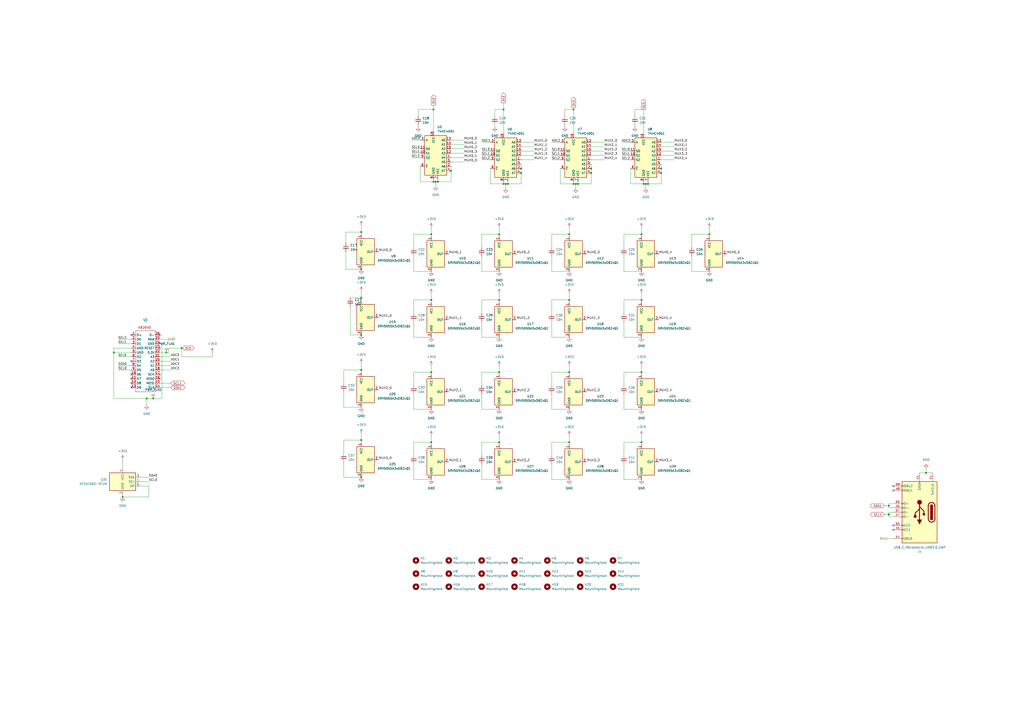
<source format=kicad_sch>
(kicad_sch (version 20231120) (generator "eeschema") (generator_version "8.0")
  (paper "A2")
  (junction (at 88.9 231.14))
  (junction (at 250.19 256.54))
  (junction (at 250.19 135.89))
  (junction (at 515.62 298.45))
  (junction (at 373.38 106.68))
  (junction (at 251.46 105.41))
  (junction (at 209.55 156.21))
  (junction (at 209.55 194.31))
  (junction (at 342.9 100.33))
  (junction (at 209.55 172.72))
  (junction (at 372.11 256.54))
  (junction (at 209.55 255.27))
  (junction (at 383.54 100.33))
  (junction (at 209.55 276.86))
  (junction (at 294.64 106.68))
  (junction (at 330.2 173.99))
  (junction (at 330.2 215.9))
  (junction (at 383.54 97.79))
  (junction (at 332.74 106.68))
  (junction (at 342.9 97.79))
  (junction (at 71.12 288.29))
  (junction (at 334.01 106.68))
  (junction (at 302.26 100.33))
  (junction (at 411.48 135.89))
  (junction (at 375.92 106.68))
  (junction (at 330.2 135.89))
  (junction (at 289.56 215.9))
  (junction (at 372.11 173.99))
  (junction (at 292.1 63.5))
  (junction (at 209.55 214.63))
  (junction (at 254 105.41))
  (junction (at 250.19 215.9))
  (junction (at 289.56 173.99))
  (junction (at 330.2 256.54))
  (junction (at 96.52 204.47))
  (junction (at 251.46 63.5))
  (junction (at 537.21 274.32))
  (junction (at 209.55 134.62))
  (junction (at 250.19 173.99))
  (junction (at 289.56 135.89))
  (junction (at 292.1 106.68))
  (junction (at 252.73 105.41))
  (junction (at 105.41 201.93))
  (junction (at 85.09 231.14))
  (junction (at 332.74 63.5))
  (junction (at 293.37 106.68))
  (junction (at 289.56 256.54))
  (junction (at 372.11 215.9))
  (junction (at 374.65 106.68))
  (junction (at 515.62 293.37))
  (junction (at 302.26 97.79))
  (junction (at 335.28 106.68))
  (junction (at 372.11 135.89))
  (junction (at 261.62 99.06))
  (junction (at 66.04 204.47))
  (no_connect (at 76.2 219.71))
  (no_connect (at 518.16 281.94))
  (no_connect (at 76.2 209.55))
  (no_connect (at 92.71 219.71))
  (no_connect (at 518.16 307.34))
  (no_connect (at 76.2 222.25))
  (no_connect (at 76.2 217.17))
  (no_connect (at 518.16 304.8))
  (no_connect (at 518.16 284.48))
  (no_connect (at 76.2 194.31))
  (no_connect (at 92.71 194.31))
  (no_connect (at 92.71 217.17))
  (no_connect (at 92.71 201.93))
  (no_connect (at 76.2 224.79))
  (wire (pts (xy 287.02 72.39) (xy 287.02 73.66)))
  (wire (pts (xy 238.76 88.9) (xy 243.84 88.9)))
  (wire (pts (xy 401.32 135.89) (xy 411.48 135.89)))
  (wire (pts (xy 292.1 59.69) (xy 292.1 63.5)))
  (wire (pts (xy 374.65 106.68) (xy 375.92 106.68)))
  (wire (pts (xy 342.9 82.55) (xy 350.52 82.55)))
  (wire (pts (xy 261.62 83.82) (xy 269.24 83.82)))
  (wire (pts (xy 240.03 256.54) (xy 240.03 264.16)))
  (wire (pts (xy 360.68 90.17) (xy 365.76 90.17)))
  (wire (pts (xy 203.2 177.8) (xy 203.2 194.31)))
  (wire (pts (xy 254 104.14) (xy 254 105.41)))
  (wire (pts (xy 302.26 90.17) (xy 309.88 90.17)))
  (wire (pts (xy 360.68 87.63) (xy 365.76 87.63)))
  (wire (pts (xy 250.19 132.08) (xy 250.19 135.89)))
  (wire (pts (xy 515.62 293.37) (xy 515.62 294.64)))
  (wire (pts (xy 302.26 97.79) (xy 302.26 100.33)))
  (wire (pts (xy 365.76 106.68) (xy 373.38 106.68)))
  (wire (pts (xy 320.04 173.99) (xy 320.04 181.61)))
  (wire (pts (xy 243.84 96.52) (xy 243.84 105.41)))
  (wire (pts (xy 320.04 157.48) (xy 330.2 157.48)))
  (wire (pts (xy 361.95 269.24) (xy 361.95 278.13)))
  (wire (pts (xy 518.16 292.1) (xy 515.62 292.1)))
  (wire (pts (xy 383.54 92.71) (xy 391.16 92.71)))
  (wire (pts (xy 279.4 237.49) (xy 289.56 237.49)))
  (wire (pts (xy 279.4 92.71) (xy 284.48 92.71)))
  (wire (pts (xy 293.37 109.22) (xy 293.37 106.68)))
  (wire (pts (xy 209.55 172.72) (xy 209.55 173.99)))
  (wire (pts (xy 242.57 63.5) (xy 242.57 67.31)))
  (wire (pts (xy 279.4 87.63) (xy 284.48 87.63)))
  (wire (pts (xy 251.46 105.41) (xy 251.46 104.14)))
  (wire (pts (xy 334.01 106.68) (xy 335.28 106.68)))
  (wire (pts (xy 284.48 106.68) (xy 292.1 106.68)))
  (wire (pts (xy 372.11 212.09) (xy 372.11 215.9)))
  (wire (pts (xy 360.68 92.71) (xy 365.76 92.71)))
  (wire (pts (xy 289.56 215.9) (xy 289.56 217.17)))
  (wire (pts (xy 513.08 298.45) (xy 515.62 298.45)))
  (wire (pts (xy 240.03 186.69) (xy 240.03 195.58)))
  (wire (pts (xy 302.26 82.55) (xy 309.88 82.55)))
  (wire (pts (xy 254 105.41) (xy 261.62 105.41)))
  (wire (pts (xy 383.54 95.25) (xy 383.54 97.79)))
  (wire (pts (xy 361.95 186.69) (xy 361.95 195.58)))
  (wire (pts (xy 383.54 82.55) (xy 391.16 82.55)))
  (wire (pts (xy 361.95 237.49) (xy 372.11 237.49)))
  (wire (pts (xy 279.4 215.9) (xy 289.56 215.9)))
  (wire (pts (xy 383.54 97.79) (xy 383.54 100.33)))
  (wire (pts (xy 320.04 135.89) (xy 320.04 143.51)))
  (wire (pts (xy 279.4 82.55) (xy 284.48 82.55)))
  (wire (pts (xy 240.03 228.6) (xy 240.03 237.49)))
  (wire (pts (xy 289.56 132.08) (xy 289.56 135.89)))
  (wire (pts (xy 279.4 135.89) (xy 279.4 143.51)))
  (wire (pts (xy 361.95 256.54) (xy 372.11 256.54)))
  (wire (pts (xy 123.19 207.01) (xy 123.19 204.47)))
  (wire (pts (xy 361.95 228.6) (xy 361.95 237.49)))
  (wire (pts (xy 279.4 195.58) (xy 289.56 195.58)))
  (wire (pts (xy 85.09 231.14) (xy 88.9 231.14)))
  (wire (pts (xy 199.39 236.22) (xy 209.55 236.22)))
  (wire (pts (xy 199.39 255.27) (xy 209.55 255.27)))
  (wire (pts (xy 361.95 195.58) (xy 372.11 195.58)))
  (wire (pts (xy 330.2 215.9) (xy 330.2 217.17)))
  (wire (pts (xy 320.04 237.49) (xy 330.2 237.49)))
  (wire (pts (xy 342.9 85.09) (xy 350.52 85.09)))
  (wire (pts (xy 383.54 87.63) (xy 391.16 87.63)))
  (wire (pts (xy 368.3 63.5) (xy 368.3 67.31)))
  (wire (pts (xy 334.01 109.22) (xy 334.01 106.68)))
  (wire (pts (xy 302.26 92.71) (xy 309.88 92.71)))
  (wire (pts (xy 372.11 132.08) (xy 372.11 135.89)))
  (wire (pts (xy 411.48 135.89) (xy 411.48 137.16)))
  (wire (pts (xy 250.19 212.09) (xy 250.19 215.9)))
  (wire (pts (xy 515.62 298.45) (xy 515.62 299.72)))
  (wire (pts (xy 200.66 134.62) (xy 209.55 134.62)))
  (wire (pts (xy 292.1 63.5) (xy 292.1 77.47)))
  (wire (pts (xy 294.64 105.41) (xy 294.64 106.68)))
  (wire (pts (xy 287.02 63.5) (xy 287.02 67.31)))
  (wire (pts (xy 279.4 148.59) (xy 279.4 157.48)))
  (wire (pts (xy 302.26 85.09) (xy 309.88 85.09)))
  (wire (pts (xy 401.32 135.89) (xy 401.32 143.51)))
  (wire (pts (xy 330.2 132.08) (xy 330.2 135.89)))
  (wire (pts (xy 411.48 132.08) (xy 411.48 135.89)))
  (wire (pts (xy 92.71 212.09) (xy 99.06 212.09)))
  (wire (pts (xy 203.2 172.72) (xy 209.55 172.72)))
  (wire (pts (xy 537.21 274.32) (xy 541.02 274.32)))
  (wire (pts (xy 242.57 72.39) (xy 242.57 73.66)))
  (wire (pts (xy 199.39 267.97) (xy 199.39 276.86)))
  (wire (pts (xy 279.4 173.99) (xy 279.4 181.61)))
  (wire (pts (xy 86.36 288.29) (xy 71.12 288.29)))
  (wire (pts (xy 320.04 215.9) (xy 330.2 215.9)))
  (wire (pts (xy 68.58 212.09) (xy 76.2 212.09)))
  (wire (pts (xy 320.04 148.59) (xy 320.04 157.48)))
  (wire (pts (xy 342.9 87.63) (xy 350.52 87.63)))
  (wire (pts (xy 361.95 173.99) (xy 361.95 181.61)))
  (wire (pts (xy 92.71 224.79) (xy 99.06 224.79)))
  (wire (pts (xy 284.48 97.79) (xy 284.48 106.68)))
  (wire (pts (xy 243.84 105.41) (xy 251.46 105.41)))
  (wire (pts (xy 361.95 173.99) (xy 372.11 173.99)))
  (wire (pts (xy 320.04 269.24) (xy 320.04 278.13)))
  (wire (pts (xy 250.19 215.9) (xy 250.19 217.17)))
  (wire (pts (xy 383.54 85.09) (xy 391.16 85.09)))
  (wire (pts (xy 92.71 207.01) (xy 99.06 207.01)))
  (wire (pts (xy 360.68 82.55) (xy 365.76 82.55)))
  (wire (pts (xy 383.54 100.33) (xy 383.54 106.68)))
  (wire (pts (xy 209.55 130.81) (xy 209.55 134.62)))
  (wire (pts (xy 361.95 148.59) (xy 361.95 157.48)))
  (wire (pts (xy 361.95 278.13) (xy 372.11 278.13)))
  (wire (pts (xy 68.58 214.63) (xy 76.2 214.63)))
  (wire (pts (xy 209.55 168.91) (xy 209.55 172.72)))
  (wire (pts (xy 240.03 173.99) (xy 240.03 181.61)))
  (wire (pts (xy 292.1 106.68) (xy 293.37 106.68)))
  (wire (pts (xy 383.54 90.17) (xy 391.16 90.17)))
  (wire (pts (xy 71.12 266.7) (xy 71.12 271.78)))
  (wire (pts (xy 209.55 214.63) (xy 209.55 215.9)))
  (wire (pts (xy 261.62 96.52) (xy 261.62 99.06)))
  (wire (pts (xy 240.03 157.48) (xy 250.19 157.48)))
  (wire (pts (xy 199.39 214.63) (xy 199.39 222.25)))
  (wire (pts (xy 199.39 255.27) (xy 199.39 262.89)))
  (wire (pts (xy 375.92 105.41) (xy 375.92 106.68)))
  (wire (pts (xy 320.04 195.58) (xy 330.2 195.58)))
  (wire (pts (xy 279.4 256.54) (xy 289.56 256.54)))
  (wire (pts (xy 289.56 173.99) (xy 289.56 175.26)))
  (wire (pts (xy 302.26 87.63) (xy 309.88 87.63)))
  (wire (pts (xy 332.74 106.68) (xy 334.01 106.68)))
  (wire (pts (xy 372.11 173.99) (xy 372.11 175.26)))
  (wire (pts (xy 86.36 281.94) (xy 86.36 288.29)))
  (wire (pts (xy 68.58 196.85) (xy 76.2 196.85)))
  (wire (pts (xy 66.04 204.47) (xy 66.04 231.14)))
  (wire (pts (xy 200.66 146.05) (xy 200.66 156.21)))
  (wire (pts (xy 365.76 97.79) (xy 365.76 106.68)))
  (wire (pts (xy 279.4 269.24) (xy 279.4 278.13)))
  (wire (pts (xy 238.76 81.28) (xy 243.84 81.28)))
  (wire (pts (xy 289.56 256.54) (xy 289.56 257.81)))
  (wire (pts (xy 289.56 212.09) (xy 289.56 215.9)))
  (wire (pts (xy 293.37 106.68) (xy 294.64 106.68)))
  (wire (pts (xy 513.08 293.37) (xy 515.62 293.37)))
  (wire (pts (xy 105.41 201.93) (xy 105.41 207.01)))
  (wire (pts (xy 279.4 215.9) (xy 279.4 223.52)))
  (wire (pts (xy 199.39 227.33) (xy 199.39 236.22)))
  (wire (pts (xy 320.04 256.54) (xy 330.2 256.54)))
  (wire (pts (xy 368.3 72.39) (xy 368.3 73.66)))
  (wire (pts (xy 251.46 60.96) (xy 251.46 63.5)))
  (wire (pts (xy 361.95 215.9) (xy 361.95 223.52)))
  (wire (pts (xy 515.62 292.1) (xy 515.62 293.37)))
  (wire (pts (xy 92.71 196.85) (xy 97.79 196.85)))
  (wire (pts (xy 330.2 212.09) (xy 330.2 215.9)))
  (wire (pts (xy 342.9 90.17) (xy 350.52 90.17)))
  (wire (pts (xy 240.03 237.49) (xy 250.19 237.49)))
  (wire (pts (xy 105.41 201.93) (xy 106.68 201.93)))
  (wire (pts (xy 332.74 62.23) (xy 332.74 63.5)))
  (wire (pts (xy 342.9 95.25) (xy 342.9 97.79)))
  (wire (pts (xy 289.56 252.73) (xy 289.56 256.54)))
  (wire (pts (xy 240.03 148.59) (xy 240.03 157.48)))
  (wire (pts (xy 325.12 97.79) (xy 325.12 106.68)))
  (wire (pts (xy 92.71 222.25) (xy 99.06 222.25)))
  (wire (pts (xy 238.76 86.36) (xy 243.84 86.36)))
  (wire (pts (xy 368.3 63.5) (xy 373.38 63.5)))
  (wire (pts (xy 240.03 256.54) (xy 250.19 256.54)))
  (wire (pts (xy 330.2 252.73) (xy 330.2 256.54)))
  (wire (pts (xy 252.73 107.95) (xy 252.73 105.41)))
  (wire (pts (xy 374.65 109.22) (xy 374.65 106.68)))
  (wire (pts (xy 292.1 106.68) (xy 292.1 105.41)))
  (wire (pts (xy 240.03 135.89) (xy 240.03 143.51)))
  (wire (pts (xy 320.04 215.9) (xy 320.04 223.52)))
  (wire (pts (xy 320.04 135.89) (xy 330.2 135.89)))
  (wire (pts (xy 250.19 170.18) (xy 250.19 173.99)))
  (wire (pts (xy 515.62 294.64) (xy 518.16 294.64)))
  (wire (pts (xy 294.64 106.68) (xy 302.26 106.68)))
  (wire (pts (xy 97.79 201.93) (xy 105.41 201.93)))
  (wire (pts (xy 372.11 170.18) (xy 372.11 173.99)))
  (wire (pts (xy 76.2 201.93) (xy 66.04 201.93)))
  (wire (pts (xy 515.62 297.18) (xy 515.62 298.45)))
  (wire (pts (xy 330.2 135.89) (xy 330.2 137.16)))
  (wire (pts (xy 92.71 209.55) (xy 99.06 209.55)))
  (wire (pts (xy 209.55 251.46) (xy 209.55 255.27)))
  (wire (pts (xy 518.16 299.72) (xy 515.62 299.72)))
  (wire (pts (xy 250.19 173.99) (xy 250.19 175.26)))
  (wire (pts (xy 279.4 228.6) (xy 279.4 237.49)))
  (wire (pts (xy 240.03 135.89) (xy 250.19 135.89)))
  (wire (pts (xy 238.76 91.44) (xy 243.84 91.44)))
  (wire (pts (xy 289.56 170.18) (xy 289.56 173.99)))
  (wire (pts (xy 261.62 86.36) (xy 269.24 86.36)))
  (wire (pts (xy 88.9 231.14) (xy 93.98 231.14)))
  (wire (pts (xy 93.98 199.39) (xy 93.98 231.14)))
  (wire (pts (xy 320.04 87.63) (xy 325.12 87.63)))
  (wire (pts (xy 342.9 92.71) (xy 350.52 92.71)))
  (wire (pts (xy 372.11 215.9) (xy 372.11 217.17)))
  (wire (pts (xy 81.28 276.86) (xy 86.36 276.86)))
  (wire (pts (xy 401.32 157.48) (xy 411.48 157.48)))
  (wire (pts (xy 327.66 63.5) (xy 332.74 63.5)))
  (wire (pts (xy 66.04 204.47) (xy 76.2 204.47)))
  (wire (pts (xy 320.04 278.13) (xy 330.2 278.13)))
  (wire (pts (xy 279.4 135.89) (xy 289.56 135.89)))
  (wire (pts (xy 361.95 256.54) (xy 361.95 264.16)))
  (wire (pts (xy 330.2 170.18) (xy 330.2 173.99)))
  (wire (pts (xy 105.41 207.01) (xy 123.19 207.01)))
  (wire (pts (xy 261.62 88.9) (xy 269.24 88.9)))
  (wire (pts (xy 361.95 215.9) (xy 372.11 215.9)))
  (wire (pts (xy 330.2 173.99) (xy 330.2 175.26)))
  (wire (pts (xy 279.4 186.69) (xy 279.4 195.58)))
  (wire (pts (xy 279.4 256.54) (xy 279.4 264.16)))
  (wire (pts (xy 261.62 93.98) (xy 269.24 93.98)))
  (wire (pts (xy 537.21 271.78) (xy 537.21 274.32)))
  (wire (pts (xy 96.52 204.47) (xy 97.79 204.47)))
  (wire (pts (xy 200.66 156.21) (xy 209.55 156.21)))
  (wire (pts (xy 373.38 106.68) (xy 373.38 105.41)))
  (wire (pts (xy 199.39 276.86) (xy 209.55 276.86)))
  (wire (pts (xy 342.9 100.33) (xy 342.9 106.68)))
  (wire (pts (xy 209.55 210.82) (xy 209.55 214.63)))
  (wire (pts (xy 302.26 100.33) (xy 302.26 106.68)))
  (wire (pts (xy 68.58 207.01) (xy 76.2 207.01)))
  (wire (pts (xy 66.04 201.93) (xy 66.04 204.47)))
  (wire (pts (xy 279.4 157.48) (xy 289.56 157.48)))
  (wire (pts (xy 66.04 231.14) (xy 85.09 231.14)))
  (wire (pts (xy 372.11 135.89) (xy 372.11 137.16)))
  (wire (pts (xy 372.11 256.54) (xy 372.11 257.81)))
  (wire (pts (xy 71.12 287.02) (xy 71.12 288.29)))
  (wire (pts (xy 335.28 105.41) (xy 335.28 106.68)))
  (wire (pts (xy 92.71 204.47) (xy 96.52 204.47)))
  (wire (pts (xy 250.19 252.73) (xy 250.19 256.54)))
  (wire (pts (xy 68.58 199.39) (xy 76.2 199.39)))
  (wire (pts (xy 199.39 214.63) (xy 209.55 214.63)))
  (wire (pts (xy 240.03 215.9) (xy 240.03 223.52)))
  (wire (pts (xy 320.04 256.54) (xy 320.04 264.16)))
  (wire (pts (xy 240.03 195.58) (xy 250.19 195.58)))
  (wire (pts (xy 361.95 135.89) (xy 361.95 143.51)))
  (wire (pts (xy 242.57 63.5) (xy 251.46 63.5)))
  (wire (pts (xy 279.4 90.17) (xy 284.48 90.17)))
  (wire (pts (xy 92.71 199.39) (xy 93.98 199.39)))
  (wire (pts (xy 261.62 99.06) (xy 261.62 105.41)))
  (wire (pts (xy 261.62 81.28) (xy 269.24 81.28)))
  (wire (pts (xy 240.03 269.24) (xy 240.03 278.13)))
  (wire (pts (xy 250.19 135.89) (xy 250.19 137.16)))
  (wire (pts (xy 375.92 106.68) (xy 383.54 106.68)))
  (wire (pts (xy 320.04 228.6) (xy 320.04 237.49)))
  (wire (pts (xy 325.12 106.68) (xy 332.74 106.68)))
  (wire (pts (xy 361.95 157.48) (xy 372.11 157.48)))
  (wire (pts (xy 85.09 231.14) (xy 85.09 234.95)))
  (wire (pts (xy 515.62 297.18) (xy 518.16 297.18)))
  (wire (pts (xy 302.26 95.25) (xy 302.26 97.79)))
  (wire (pts (xy 279.4 278.13) (xy 289.56 278.13)))
  (wire (pts (xy 320.04 90.17) (xy 325.12 90.17)))
  (wire (pts (xy 320.04 82.55) (xy 325.12 82.55)))
  (wire (pts (xy 92.71 214.63) (xy 99.06 214.63)))
  (wire (pts (xy 200.66 134.62) (xy 200.66 140.97)))
  (wire (pts (xy 209.55 134.62) (xy 209.55 135.89)))
  (wire (pts (xy 320.04 186.69) (xy 320.04 195.58)))
  (wire (pts (xy 240.03 215.9) (xy 250.19 215.9)))
  (wire (pts (xy 279.4 173.99) (xy 289.56 173.99)))
  (wire (pts (xy 372.11 252.73) (xy 372.11 256.54)))
  (wire (pts (xy 332.74 63.5) (xy 332.74 77.47)))
  (wire (pts (xy 335.28 106.68) (xy 342.9 106.68)))
  (wire (pts (xy 327.66 63.5) (xy 327.66 67.31)))
  (wire (pts (xy 361.95 135.89) (xy 372.11 135.89)))
  (wire (pts (xy 373.38 106.68) (xy 374.65 106.68)))
  (wire (pts (xy 287.02 63.5) (xy 292.1 63.5)))
  (wire (pts (xy 330.2 256.54) (xy 330.2 257.81)))
  (wire (pts (xy 240.03 278.13) (xy 250.19 278.13)))
  (wire (pts (xy 320.04 92.71) (xy 325.12 92.71)))
  (wire (pts (xy 250.19 256.54) (xy 250.19 257.81)))
  (wire (pts (xy 203.2 194.31) (xy 209.55 194.31)))
  (wire (pts (xy 261.62 91.44) (xy 269.24 91.44)))
  (wire (pts (xy 81.28 279.4) (xy 86.36 279.4)))
  (wire (pts (xy 97.79 204.47) (xy 97.79 201.93)))
  (wire (pts (xy 81.28 281.94) (xy 86.36 281.94)))
  (wire (pts (xy 320.04 173.99) (xy 330.2 173.99)))
  (wire (pts (xy 373.38 63.5) (xy 373.38 77.47)))
  (wire (pts (xy 327.66 72.39) (xy 327.66 73.66)))
  (wire (pts (xy 251.46 105.41) (xy 252.73 105.41)))
  (wire (pts (xy 514.35 312.42) (xy 518.16 312.42)))
  (wire (pts (xy 240.03 173.99) (xy 250.19 173.99)))
  (wire (pts (xy 209.55 255.27) (xy 209.55 256.54)))
  (wire (pts (xy 251.46 63.5) (xy 251.46 76.2)))
  (wire (pts (xy 401.32 148.59) (xy 401.32 157.48)))
  (wire (pts (xy 252.73 105.41) (xy 254 105.41)))
  (wire (pts (xy 289.56 135.89) (xy 289.56 137.16)))
  (wire (pts (xy 332.74 106.68) (xy 332.74 105.41)))
  (wire (pts (xy 342.9 97.79) (xy 342.9 100.33)))
  (wire (pts (xy 533.4 274.32) (xy 537.21 274.32)))
  (label "MUX1_4" (at 309.88 92.71 0))
  (label "MUX2_2" (at 299.72 227.33 0))
  (label "ADC3" (at 99.06 214.63 0))
  (label "MUX1_1" (at 309.88 85.09 0))
  (label "ADC0" (at 238.76 81.28 0))
  (label "MUX3_3" (at 340.36 267.97 0))
  (label "MUX3_2" (at 391.16 87.63 0))
  (label "SEL2" (at 360.68 92.71 0))
  (label "MUX0_5" (at 269.24 93.98 0))
  (label "MUX2_4" (at 382.27 227.33 0))
  (label "SCL0" (at 86.36 279.4 0))
  (label "ADC1" (at 279.4 82.55 0))
  (label "ADC0" (at 99.06 207.01 0))
  (label "MUX2_3" (at 340.36 227.33 0))
  (label "MUX1_2" (at 299.72 185.42 0))
  (label "MUX0_2" (at 269.24 86.36 0))
  (label "MUX1_3" (at 309.88 90.17 0))
  (label "SEL2" (at 68.58 196.85 0))
  (label "MUX3_2" (at 299.72 267.97 0))
  (label "MUX1_3" (at 340.36 185.42 0))
  (label "MUX3_1" (at 391.16 85.09 0))
  (label "MUX0_3" (at 340.36 147.32 0))
  (label "SEL1" (at 68.58 199.39 0))
  (label "SEL2" (at 320.04 92.71 0))
  (label "MUX2_0" (at 350.52 82.55 0))
  (label "SDA0" (at 86.36 276.86 0))
  (label "ADC2" (at 99.06 212.09 0))
  (label "ADC3" (at 360.68 82.55 0))
  (label "MUX0_0" (at 219.71 146.05 0))
  (label "MUX1_0" (at 309.88 82.55 0))
  (label "SEL2" (at 279.4 92.71 0))
  (label "MUX3_0" (at 219.71 266.7 0))
  (label "MUX3_0" (at 391.16 82.55 0))
  (label "MUX3_4" (at 391.16 92.71 0))
  (label "SCL0" (at 68.58 214.63 0))
  (label "SEL1" (at 238.76 88.9 0))
  (label "MUX0_3" (at 269.24 88.9 0))
  (label "MUX3_4" (at 382.27 267.97 0))
  (label "MUX2_2" (at 350.52 87.63 0))
  (label "MUX1_0" (at 219.71 184.15 0))
  (label "SDA0" (at 68.58 212.09 0))
  (label "MUX1_2" (at 309.88 87.63 0))
  (label "SEL0" (at 320.04 87.63 0))
  (label "MUX0_2" (at 299.72 147.32 0))
  (label "SEL0" (at 68.58 207.01 0))
  (label "MUX2_3" (at 350.52 90.17 0))
  (label "MUX2_1" (at 350.52 85.09 0))
  (label "MUX3_3" (at 391.16 90.17 0))
  (label "MUX1_1" (at 260.35 185.42 0))
  (label "MUX1_4" (at 382.27 185.42 0))
  (label "MUX0_0" (at 269.24 81.28 0))
  (label "SEL1" (at 320.04 90.17 0))
  (label "MUX0_5" (at 421.64 147.32 0))
  (label "SEL0" (at 238.76 86.36 0))
  (label "SEL2" (at 238.76 91.44 0))
  (label "MUX3_1" (at 260.35 267.97 0))
  (label "MUX2_1" (at 260.35 227.33 0))
  (label "SEL0" (at 360.68 87.63 0))
  (label "MUX0_4" (at 382.27 147.32 0))
  (label "MUX0_1" (at 260.35 147.32 0))
  (label "MUX2_4" (at 350.52 92.71 0))
  (label "MUX0_4" (at 269.24 91.44 0))
  (label "ADC1" (at 99.06 209.55 0))
  (label "MUX2_0" (at 219.71 226.06 0))
  (label "SEL1" (at 360.68 90.17 0))
  (label "SEL1" (at 279.4 90.17 0))
  (label "ADC2" (at 320.04 82.55 0))
  (label "MUX0_1" (at 269.24 83.82 0))
  (label "SEL0" (at 279.4 87.63 0))
  (global_label "3V3" (shape output) (at 106.68 201.93 0) (property "Intersheetrefs" "${INTERSHEET_REFS}" (effects (hide yes))))
  (global_label "SDA1" (shape bidirectional) (at 513.08 293.37 180) (property "Intersheetrefs" "${INTERSHEET_REFS}" (effects (hide yes))))
  (global_label "3V3" (shape output) (at 292.1 59.69 90) (property "Intersheetrefs" "${INTERSHEET_REFS}" (effects (hide yes))))
  (global_label "3V3" (shape output) (at 373.38 63.5 90) (property "Intersheetrefs" "${INTERSHEET_REFS}" (effects (hide yes))))
  (global_label "SCL1" (shape bidirectional) (at 513.08 298.45 180) (property "Intersheetrefs" "${INTERSHEET_REFS}" (effects (hide yes))))
  (global_label "SDA1" (shape bidirectional) (at 99.06 224.79 0) (property "Intersheetrefs" "${INTERSHEET_REFS}" (effects (hide yes))))
  (global_label "3V3" (shape output) (at 251.46 60.96 90) (property "Intersheetrefs" "${INTERSHEET_REFS}" (effects (hide yes))))
  (global_label "SCL1" (shape bidirectional) (at 99.06 222.25 0) (property "Intersheetrefs" "${INTERSHEET_REFS}" (effects (hide yes))))
  (global_label "3V3" (shape output) (at 332.74 62.23 90) (property "Intersheetrefs" "${INTERSHEET_REFS}" (effects (hide yes))))
  (hierarchical_label "5V" (shape output) (at 97.79 196.85 0))
  (hierarchical_label "5V" (shape output) (at 514.35 312.42 180))
  (symbol (lib_id "Device:C_Small") (at 320.04 266.7 0) (unit 1)
    (property "Reference" "C40" (at 322.58 265.4362 0) (effects (justify left)))
    (property "Value" "10n" (at 322.58 267.9762 0) (effects (justify left)))
    (property "Footprint" "Capacitor_SMD:C_0402_1005Metric" (effects (hide yes)))
    (property "Description" "Unpolarized capacitor, small symbol" (effects (hide yes)))
  )
  (symbol (lib_id "Sensor_Magnetic:DRV5055A3xDBZxQ1") (at 292.1 267.97 0) (unit 1)
    (property "Reference" "U27" (at 309.626 270.51 0) (effects (justify right)))
    (property "Value" "DRV5055A3xDBZxQ1" (at 318.262 273.05 0) (effects (justify right)))
    (property "Footprint" "Package_TO_SOT_SMD:SOT-23" (effects (hide yes)))
    (property "Datasheet" "https://www.ti.com/lit/ds/symlink/drv5055-q1.pdf" (effects (hide yes)))
    (property "Description" "25 mV/mT,±85-mT, 20-kHz, 3.3/5V, SOT-23" (effects (hide yes)))
  )
  (symbol (lib_id "power:+3V3") (at 123.19 204.47 0) (unit 1)
    (property "Reference" "#PWR02" (effects (hide yes)))
    (property "Value" "+3V3" (at 123.19 199.39 0))
    (property "Description" "Power symbol creates a global label with name \"+3V3\"" (effects (hide yes)))
  )
  (symbol (lib_id "Mechanical:MountingHole") (at 317.5 340.36 0) (unit 1) (exclude_from_sim yes) (in_bom no)
    (property "Reference" "H19" (at 320.04 339.0899 0) (effects (justify left)))
    (property "Value" "MountingHole" (at 320.04 341.6299 0) (effects (justify left)))
    (property "Footprint" "Switches:switch_holes" (effects (hide yes)))
    (property "Description" "Mounting Hole without connection" (effects (hide yes)))
  )
  (symbol (lib_id "Device:C_Small") (at 279.4 184.15 0) (unit 1)
    (property "Reference" "C29" (at 281.94 182.8862 0) (effects (justify left)))
    (property "Value" "10n" (at 281.94 185.4262 0) (effects (justify left)))
    (property "Footprint" "Capacitor_SMD:C_0402_1005Metric" (effects (hide yes)))
    (property "Description" "Unpolarized capacitor, small symbol" (effects (hide yes)))
  )
  (symbol (lib_id "kb2040_lib:KB2040") (at 83.82 187.96 0) (unit 1)
    (property "Reference" "U1" (at 84.455 185.42 0))
    (property "Value" "~" (at 84.455 186.69 0))
    (property "Footprint" "kb2040_fp:KB2040" (effects (hide yes)))
  )
  (symbol (lib_id "Device:C_Small") (at 401.32 146.05 0) (unit 1)
    (property "Reference" "C26" (at 403.86 144.7862 0) (effects (justify left)))
    (property "Value" "10n" (at 403.86 147.3262 0) (effects (justify left)))
    (property "Footprint" "Capacitor_SMD:C_0402_1005Metric" (effects (hide yes)))
    (property "Description" "Unpolarized capacitor, small symbol" (effects (hide yes)))
  )
  (symbol (lib_id "74xx:74HC4051") (at 373.38 90.17 0) (unit 1)
    (property "Reference" "U8" (at 375.5741 74.93 0) (effects (justify left)))
    (property "Value" "74HC4051" (at 375.5741 77.47 0) (effects (justify left)))
    (property "Footprint" "Package_SO:SOIC-16_3.9x9.9mm_P1.27mm" (effects (hide yes)))
    (property "Datasheet" "http://www.ti.com/lit/ds/symlink/cd74hc4051.pdf" (effects (hide yes)))
    (property "Description" "8-channel analog multiplexer/demultiplexer, DIP-16/SOIC-16/TSSOP-16" (effects (hide yes)))
  )
  (symbol (lib_id "Device:C_Small") (at 361.95 146.05 0) (unit 1)
    (property "Reference" "C25" (at 364.49 144.7862 0) (effects (justify left)))
    (property "Value" "10n" (at 364.49 147.3262 0) (effects (justify left)))
    (property "Footprint" "Capacitor_SMD:C_0402_1005Metric" (effects (hide yes)))
    (property "Description" "Unpolarized capacitor, small symbol" (effects (hide yes)))
  )
  (symbol (lib_id "power:+3V3") (at 372.11 212.09 0) (unit 1)
    (property "Reference" "#PWR066" (effects (hide yes)))
    (property "Value" "+3V3" (at 372.11 207.01 0))
    (property "Description" "Power symbol creates a global label with name \"+3V3\"" (effects (hide yes)))
  )
  (symbol (lib_id "power:+3V3") (at 250.19 170.18 0) (unit 1)
    (property "Reference" "#PWR050" (effects (hide yes)))
    (property "Value" "+3V3" (at 250.19 165.1 0))
    (property "Description" "Power symbol creates a global label with name \"+3V3\"" (effects (hide yes)))
  )
  (symbol (lib_id "Sensor_Magnetic:DRV5055A3xDBZxQ1") (at 332.74 227.33 0) (unit 1)
    (property "Reference" "U23" (at 350.266 229.87 0) (effects (justify right)))
    (property "Value" "DRV5055A3xDBZxQ1" (at 358.902 232.41 0) (effects (justify right)))
    (property "Footprint" "Package_TO_SOT_SMD:SOT-23" (effects (hide yes)))
    (property "Datasheet" "https://www.ti.com/lit/ds/symlink/drv5055-q1.pdf" (effects (hide yes)))
    (property "Description" "25 mV/mT,±85-mT, 20-kHz, 3.3/5V, SOT-23" (effects (hide yes)))
  )
  (symbol (lib_id "power:+3V3") (at 372.11 170.18 0) (unit 1)
    (property "Reference" "#PWR056" (effects (hide yes)))
    (property "Value" "+3V3" (at 372.11 165.1 0))
    (property "Description" "Power symbol creates a global label with name \"+3V3\"" (effects (hide yes)))
  )
  (symbol (lib_id "power:GND") (at 85.09 234.95 0) (unit 1)
    (property "Reference" "#PWR03" (effects (hide yes)))
    (property "Value" "GND" (at 85.09 240.03 0))
    (property "Description" "Power symbol creates a global label with name \"GND\" , ground" (effects (hide yes)))
  )
  (symbol (lib_id "Sensor_Magnetic:DRV5055A3xDBZxQ1") (at 414.02 147.32 0) (unit 1)
    (property "Reference" "U14" (at 431.546 149.86 0) (effects (justify right)))
    (property "Value" "DRV5055A3xDBZxQ1" (at 440.182 152.4 0) (effects (justify right)))
    (property "Footprint" "Package_TO_SOT_SMD:SOT-23" (effects (hide yes)))
    (property "Datasheet" "https://www.ti.com/lit/ds/symlink/drv5055-q1.pdf" (effects (hide yes)))
    (property "Description" "25 mV/mT,±85-mT, 20-kHz, 3.3/5V, SOT-23" (effects (hide yes)))
  )
  (symbol (lib_id "Mechanical:MountingHole") (at 279.4 332.74 0) (unit 1) (exclude_from_sim yes) (in_bom no)
    (property "Reference" "H10" (at 281.94 331.4699 0) (effects (justify left)))
    (property "Value" "MountingHole" (at 281.94 334.0099 0) (effects (justify left)))
    (property "Footprint" "Switches:switch_holes" (effects (hide yes)))
    (property "Description" "Mounting Hole without connection" (effects (hide yes)))
  )
  (symbol (lib_id "Device:C_Small") (at 240.03 226.06 0) (unit 1)
    (property "Reference" "C33" (at 242.57 224.7962 0) (effects (justify left)))
    (property "Value" "10n" (at 242.57 227.3362 0) (effects (justify left)))
    (property "Footprint" "Capacitor_SMD:C_0402_1005Metric" (effects (hide yes)))
    (property "Description" "Unpolarized capacitor, small symbol" (effects (hide yes)))
  )
  (symbol (lib_id "Device:C_Small") (at 279.4 146.05 0) (unit 1)
    (property "Reference" "C23" (at 281.94 144.7862 0) (effects (justify left)))
    (property "Value" "10n" (at 281.94 147.3262 0) (effects (justify left)))
    (property "Footprint" "Capacitor_SMD:C_0402_1005Metric" (effects (hide yes)))
    (property "Description" "Unpolarized capacitor, small symbol" (effects (hide yes)))
  )
  (symbol (lib_id "power:+3V3") (at 289.56 132.08 0) (unit 1)
    (property "Reference" "#PWR040" (effects (hide yes)))
    (property "Value" "+3V3" (at 289.56 127 0))
    (property "Description" "Power symbol creates a global label with name \"+3V3\"" (effects (hide yes)))
  )
  (symbol (lib_id "power:+3V3") (at 330.2 212.09 0) (unit 1)
    (property "Reference" "#PWR064" (effects (hide yes)))
    (property "Value" "+3V3" (at 330.2 207.01 0))
    (property "Description" "Power symbol creates a global label with name \"+3V3\"" (effects (hide yes)))
  )
  (symbol (lib_id "Mechanical:MountingHole") (at 260.35 325.12 0) (unit 1) (exclude_from_sim yes) (in_bom no)
    (property "Reference" "H2" (at 262.89 323.8499 0) (effects (justify left)))
    (property "Value" "MountingHole" (at 262.89 326.3899 0) (effects (justify left)))
    (property "Footprint" "Switches:switch_holes" (effects (hide yes)))
    (property "Description" "Mounting Hole without connection" (effects (hide yes)))
  )
  (symbol (lib_id "power:GND") (at 411.48 157.48 0) (unit 1)
    (property "Reference" "#PWR047" (effects (hide yes)))
    (property "Value" "GND" (at 411.48 162.56 0))
    (property "Description" "Power symbol creates a global label with name \"GND\" , ground" (effects (hide yes)))
  )
  (symbol (lib_id "power:GND") (at 289.56 278.13 0) (unit 1)
    (property "Reference" "#PWR073" (effects (hide yes)))
    (property "Value" "GND" (at 289.56 283.21 0))
    (property "Description" "Power symbol creates a global label with name \"GND\" , ground" (effects (hide yes)))
  )
  (symbol (lib_id "Sensor_Magnetic:DRV5055A3xDBZxQ1") (at 212.09 184.15 0) (unit 1)
    (property "Reference" "U15" (at 229.616 186.69 0) (effects (justify right)))
    (property "Value" "DRV5055A3xDBZxQ1" (at 238.252 189.23 0) (effects (justify right)))
    (property "Footprint" "Package_TO_SOT_SMD:SOT-23" (effects (hide yes)))
    (property "Datasheet" "https://www.ti.com/lit/ds/symlink/drv5055-q1.pdf" (effects (hide yes)))
    (property "Description" "25 mV/mT,±85-mT, 20-kHz, 3.3/5V, SOT-23" (effects (hide yes)))
  )
  (symbol (lib_id "Device:C_Small") (at 242.57 69.85 0) (unit 1)
    (property "Reference" "C18" (at 245.11 68.5862 0) (effects (justify left)))
    (property "Value" "10n" (at 245.11 71.1262 0) (effects (justify left)))
    (property "Footprint" "Capacitor_SMD:C_0402_1005Metric" (effects (hide yes)))
    (property "Description" "Unpolarized capacitor, small symbol" (effects (hide yes)))
  )
  (symbol (lib_id "Device:C_Small") (at 240.03 266.7 0) (unit 1)
    (property "Reference" "C38" (at 242.57 265.4362 0) (effects (justify left)))
    (property "Value" "10n" (at 242.57 267.9762 0) (effects (justify left)))
    (property "Footprint" "Capacitor_SMD:C_0402_1005Metric" (effects (hide yes)))
    (property "Description" "Unpolarized capacitor, small symbol" (effects (hide yes)))
  )
  (symbol (lib_id "Mechanical:MountingHole") (at 260.35 340.36 0) (unit 1) (exclude_from_sim yes) (in_bom no)
    (property "Reference" "H16" (at 262.89 339.0899 0) (effects (justify left)))
    (property "Value" "MountingHole" (at 262.89 341.6299 0) (effects (justify left)))
    (property "Footprint" "Switches:switch_holes" (effects (hide yes)))
    (property "Description" "Mounting Hole without connection" (effects (hide yes)))
  )
  (symbol (lib_id "Sensor_Magnetic:DRV5055A3xDBZxQ1") (at 252.73 147.32 0) (unit 1)
    (property "Reference" "U10" (at 270.256 149.86 0) (effects (justify right)))
    (property "Value" "DRV5055A3xDBZxQ1" (at 278.892 152.4 0) (effects (justify right)))
    (property "Footprint" "Package_TO_SOT_SMD:SOT-23" (effects (hide yes)))
    (property "Datasheet" "https://www.ti.com/lit/ds/symlink/drv5055-q1.pdf" (effects (hide yes)))
    (property "Description" "25 mV/mT,±85-mT, 20-kHz, 3.3/5V, SOT-23" (effects (hide yes)))
  )
  (symbol (lib_id "Mechanical:MountingHole") (at 298.45 325.12 0) (unit 1) (exclude_from_sim yes) (in_bom no)
    (property "Reference" "H4" (at 300.99 323.8499 0) (effects (justify left)))
    (property "Value" "MountingHole" (at 300.99 326.3899 0) (effects (justify left)))
    (property "Footprint" "Switches:switch_holes" (effects (hide yes)))
    (property "Description" "Mounting Hole without connection" (effects (hide yes)))
  )
  (symbol (lib_id "Mechanical:MountingHole") (at 336.55 340.36 0) (unit 1) (exclude_from_sim yes) (in_bom no)
    (property "Reference" "H20" (at 339.09 339.0899 0) (effects (justify left)))
    (property "Value" "MountingHole" (at 339.09 341.6299 0) (effects (justify left)))
    (property "Footprint" "Switches:switch_holes" (effects (hide yes)))
    (property "Description" "Mounting Hole without connection" (effects (hide yes)))
  )
  (symbol (lib_id "power:GND") (at 209.55 194.31 0) (unit 1)
    (property "Reference" "#PWR049" (effects (hide yes)))
    (property "Value" "GND" (at 209.55 199.39 0))
    (property "Description" "Power symbol creates a global label with name \"GND\" , ground" (effects (hide yes)))
  )
  (symbol (lib_id "Device:C_Small") (at 240.03 184.15 0) (unit 1)
    (property "Reference" "C28" (at 242.57 182.8862 0) (effects (justify left)))
    (property "Value" "10n" (at 242.57 185.4262 0) (effects (justify left)))
    (property "Footprint" "Capacitor_SMD:C_0402_1005Metric" (effects (hide yes)))
    (property "Description" "Unpolarized capacitor, small symbol" (effects (hide yes)))
  )
  (symbol (lib_id "Mechanical:MountingHole") (at 260.35 332.74 0) (unit 1) (exclude_from_sim yes) (in_bom no)
    (property "Reference" "H9" (at 262.89 331.4699 0) (effects (justify left)))
    (property "Value" "MountingHole" (at 262.89 334.0099 0) (effects (justify left)))
    (property "Footprint" "Switches:switch_holes" (effects (hide yes)))
    (property "Description" "Mounting Hole without connection" (effects (hide yes)))
  )
  (symbol (lib_id "Sensor_Magnetic:DRV5055A3xDBZxQ1") (at 252.73 227.33 0) (unit 1)
    (property "Reference" "U21" (at 270.256 229.87 0) (effects (justify right)))
    (property "Value" "DRV5055A3xDBZxQ1" (at 278.892 232.41 0) (effects (justify right)))
    (property "Footprint" "Package_TO_SOT_SMD:SOT-23" (effects (hide yes)))
    (property "Datasheet" "https://www.ti.com/lit/ds/symlink/drv5055-q1.pdf" (effects (hide yes)))
    (property "Description" "25 mV/mT,±85-mT, 20-kHz, 3.3/5V, SOT-23" (effects (hide yes)))
  )
  (symbol (lib_id "Device:C_Small") (at 361.95 184.15 0) (unit 1)
    (property "Reference" "C31" (at 364.49 182.8862 0) (effects (justify left)))
    (property "Value" "10n" (at 364.49 185.4262 0) (effects (justify left)))
    (property "Footprint" "Capacitor_SMD:C_0402_1005Metric" (effects (hide yes)))
    (property "Description" "Unpolarized capacitor, small symbol" (effects (hide yes)))
  )
  (symbol (lib_id "power:GND") (at 289.56 237.49 0) (unit 1)
    (property "Reference" "#PWR063" (effects (hide yes)))
    (property "Value" "GND" (at 289.56 242.57 0))
    (property "Description" "Power symbol creates a global label with name \"GND\" , ground" (effects (hide yes)))
  )
  (symbol (lib_id "Memory_EEPROM:AT24CS02-STUM") (at 71.12 279.4 0) (unit 1)
    (property "Reference" "U31" (at 62.23 278.1299 0) (effects (justify right)))
    (property "Value" "AT24CS02-STUM" (at 62.23 280.6699 0) (effects (justify right)))
    (property "Footprint" "Package_TO_SOT_SMD:SOT-23-5" (effects (hide yes)))
    (property "Datasheet" "http://ww1.microchip.com/downloads/en/DeviceDoc/Atmel-8815-SEEPROM-AT24CS01-02-Datasheet.pdf" (effects (hide yes)))
    (property "Description" "I2C Serial EEPROM, 2Kb (256x8) with Unique Serial Number, SOT-23-5" (effects (hide yes)))
  )
  (symbol (lib_id "power:+3V3") (at 209.55 210.82 0) (unit 1)
    (property "Reference" "#PWR058" (effects (hide yes)))
    (property "Value" "+3V3" (at 209.55 205.74 0))
    (property "Description" "Power symbol creates a global label with name \"+3V3\"" (effects (hide yes)))
  )
  (symbol (lib_id "power:GND") (at 334.01 109.22 0) (unit 1)
    (property "Reference" "#PWR01" (effects (hide yes)))
    (property "Value" "GND" (at 334.01 114.3 0))
    (property "Description" "Power symbol creates a global label with name \"GND\" , ground" (effects (hide yes)))
  )
  (symbol (lib_id "Mechanical:MountingHole") (at 279.4 325.12 0) (unit 1) (exclude_from_sim yes) (in_bom no)
    (property "Reference" "H3" (at 281.94 323.8499 0) (effects (justify left)))
    (property "Value" "MountingHole" (at 281.94 326.3899 0) (effects (justify left)))
    (property "Footprint" "Switches:switch_holes" (effects (hide yes)))
    (property "Description" "Mounting Hole without connection" (effects (hide yes)))
  )
  (symbol (lib_id "74xx:74HC4051") (at 251.46 88.9 0) (unit 1)
    (property "Reference" "U5" (at 253.6541 73.66 0) (effects (justify left)))
    (property "Value" "74HC4051" (at 253.6541 76.2 0) (effects (justify left)))
    (property "Footprint" "Package_SO:SOIC-16_3.9x9.9mm_P1.27mm" (effects (hide yes)))
    (property "Datasheet" "http://www.ti.com/lit/ds/symlink/cd74hc4051.pdf" (effects (hide yes)))
    (property "Description" "8-channel analog multiplexer/demultiplexer, DIP-16/SOIC-16/TSSOP-16" (effects (hide yes)))
  )
  (symbol (lib_id "Connector:USB_C_Receptacle_USB2.0_16P") (at 533.4 297.18 180) (unit 1)
    (property "Reference" "J4" (at 533.4 320.04 0))
    (property "Value" "USB_C_Receptacle_USB2.0_16P" (at 533.4 317.5 0))
    (property "Footprint" "Connector_USB:USB_C_Receptacle_GCT_USB4105-xx-A_16P_TopMnt_Horizontal" (effects (hide yes)))
    (property "Datasheet" "https://www.usb.org/sites/default/files/documents/usb_type-c.zip" (effects (hide yes)))
    (property "Description" "USB 2.0-only 16P Type-C Receptacle connector" (effects (hide yes)))
  )
  (symbol (lib_id "Device:C_Small") (at 203.2 175.26 0) (unit 1)
    (property "Reference" "C27" (at 205.74 173.9962 0) (effects (justify left)))
    (property "Value" "10n" (at 205.74 176.5362 0) (effects (justify left)))
    (property "Footprint" "Capacitor_SMD:C_0402_1005Metric" (effects (hide yes)))
    (property "Description" "Unpolarized capacitor, small symbol" (effects (hide yes)))
  )
  (symbol (lib_id "power:GND") (at 289.56 195.58 0) (unit 1)
    (property "Reference" "#PWR053" (effects (hide yes)))
    (property "Value" "GND" (at 289.56 200.66 0))
    (property "Description" "Power symbol creates a global label with name \"GND\" , ground" (effects (hide yes)))
  )
  (symbol (lib_id "Mechanical:MountingHole") (at 317.5 325.12 0) (unit 1) (exclude_from_sim yes) (in_bom no)
    (property "Reference" "H5" (at 320.04 323.8499 0) (effects (justify left)))
    (property "Value" "MountingHole" (at 320.04 326.3899 0) (effects (justify left)))
    (property "Footprint" "Switches:switch_holes" (effects (hide yes)))
    (property "Description" "Mounting Hole without connection" (effects (hide yes)))
  )
  (symbol (lib_id "power:+3V3") (at 411.48 132.08 0) (unit 1)
    (property "Reference" "#PWR046" (effects (hide yes)))
    (property "Value" "+3V3" (at 411.48 127 0))
    (property "Description" "Power symbol creates a global label with name \"+3V3\"" (effects (hide yes)))
  )
  (symbol (lib_id "power:+3V3") (at 209.55 130.81 0) (unit 1)
    (property "Reference" "#PWR023" (effects (hide yes)))
    (property "Value" "+3V3" (at 209.55 125.73 0))
    (property "Description" "Power symbol creates a global label with name \"+3V3\"" (effects (hide yes)))
  )
  (symbol (lib_id "power:GND") (at 330.2 237.49 0) (unit 1)
    (property "Reference" "#PWR065" (effects (hide yes)))
    (property "Value" "GND" (at 330.2 242.57 0))
    (property "Description" "Power symbol creates a global label with name \"GND\" , ground" (effects (hide yes)))
  )
  (symbol (lib_id "74xx:74HC4051") (at 292.1 90.17 0) (unit 1)
    (property "Reference" "U6" (at 294.2941 74.93 0) (effects (justify left)))
    (property "Value" "74HC4051" (at 294.2941 77.47 0) (effects (justify left)))
    (property "Footprint" "Package_SO:SOIC-16_3.9x9.9mm_P1.27mm" (effects (hide yes)))
    (property "Datasheet" "http://www.ti.com/lit/ds/symlink/cd74hc4051.pdf" (effects (hide yes)))
    (property "Description" "8-channel analog multiplexer/demultiplexer, DIP-16/SOIC-16/TSSOP-16" (effects (hide yes)))
  )
  (symbol (lib_id "Device:C_Small") (at 199.39 224.79 0) (unit 1)
    (property "Reference" "C32" (at 201.93 223.5262 0) (effects (justify left)))
    (property "Value" "10n" (at 201.93 226.0662 0) (effects (justify left)))
    (property "Footprint" "Capacitor_SMD:C_0402_1005Metric" (effects (hide yes)))
    (property "Description" "Unpolarized capacitor, small symbol" (effects (hide yes)))
  )
  (symbol (lib_id "Mechanical:MountingHole") (at 241.3 340.36 0) (unit 1) (exclude_from_sim yes) (in_bom no)
    (property "Reference" "H15" (at 243.84 339.0899 0) (effects (justify left)))
    (property "Value" "MountingHole" (at 243.84 341.6299 0) (effects (justify left)))
    (property "Footprint" "Switches:switch_holes" (effects (hide yes)))
    (property "Description" "Mounting Hole without connection" (effects (hide yes)))
  )
  (symbol (lib_id "Sensor_Magnetic:DRV5055A3xDBZxQ1") (at 292.1 147.32 0) (unit 1)
    (property "Reference" "U11" (at 309.626 149.86 0) (effects (justify right)))
    (property "Value" "DRV5055A3xDBZxQ1" (at 318.262 152.4 0) (effects (justify right)))
    (property "Footprint" "Package_TO_SOT_SMD:SOT-23" (effects (hide yes)))
    (property "Datasheet" "https://www.ti.com/lit/ds/symlink/drv5055-q1.pdf" (effects (hide yes)))
    (property "Description" "25 mV/mT,±85-mT, 20-kHz, 3.3/5V, SOT-23" (effects (hide yes)))
  )
  (symbol (lib_id "power:GND") (at 289.56 157.48 0) (unit 1)
    (property "Reference" "#PWR041" (effects (hide yes)))
    (property "Value" "GND" (at 289.56 162.56 0))
    (property "Description" "Power symbol creates a global label with name \"GND\" , ground" (effects (hide yes)))
  )
  (symbol (lib_id "power:+3V3") (at 209.55 251.46 0) (unit 1)
    (property "Reference" "#PWR068" (effects (hide yes)))
    (property "Value" "+3V3" (at 209.55 246.38 0))
    (property "Description" "Power symbol creates a global label with name \"+3V3\"" (effects (hide yes)))
  )
  (symbol (lib_id "Mechanical:MountingHole") (at 355.6 325.12 0) (unit 1) (exclude_from_sim yes) (in_bom no)
    (property "Reference" "H7" (at 358.14 323.8499 0) (effects (justify left)))
    (property "Value" "MountingHole" (at 358.14 326.3899 0) (effects (justify left)))
    (property "Footprint" "Switches:switch_holes" (effects (hide yes)))
    (property "Description" "Mounting Hole without connection" (effects (hide yes)))
  )
  (symbol (lib_id "power:+3V3") (at 330.2 132.08 0) (unit 1)
    (property "Reference" "#PWR042" (effects (hide yes)))
    (property "Value" "+3V3" (at 330.2 127 0))
    (property "Description" "Power symbol creates a global label with name \"+3V3\"" (effects (hide yes)))
  )
  (symbol (lib_id "power:GND") (at 374.65 109.22 0) (unit 1)
    (property "Reference" "#PWR033" (effects (hide yes)))
    (property "Value" "GND" (at 374.65 114.3 0))
    (property "Description" "Power symbol creates a global label with name \"GND\" , ground" (effects (hide yes)))
  )
  (symbol (lib_id "Sensor_Magnetic:DRV5055A3xDBZxQ1") (at 374.65 185.42 0) (unit 1)
    (property "Reference" "U19" (at 392.176 187.96 0) (effects (justify right)))
    (property "Value" "DRV5055A3xDBZxQ1" (at 400.812 190.5 0) (effects (justify right)))
    (property "Footprint" "Package_TO_SOT_SMD:SOT-23" (effects (hide yes)))
    (property "Datasheet" "https://www.ti.com/lit/ds/symlink/drv5055-q1.pdf" (effects (hide yes)))
    (property "Description" "25 mV/mT,±85-mT, 20-kHz, 3.3/5V, SOT-23" (effects (hide yes)))
  )
  (symbol (lib_id "Sensor_Magnetic:DRV5055A3xDBZxQ1") (at 332.74 267.97 0) (unit 1)
    (property "Reference" "U28" (at 350.266 270.51 0) (effects (justify right)))
    (property "Value" "DRV5055A3xDBZxQ1" (at 358.902 273.05 0) (effects (justify right)))
    (property "Footprint" "Package_TO_SOT_SMD:SOT-23" (effects (hide yes)))
    (property "Datasheet" "https://www.ti.com/lit/ds/symlink/drv5055-q1.pdf" (effects (hide yes)))
    (property "Description" "25 mV/mT,±85-mT, 20-kHz, 3.3/5V, SOT-23" (effects (hide yes)))
  )
  (symbol (lib_id "Device:C_Small") (at 199.39 265.43 0) (unit 1)
    (property "Reference" "C37" (at 201.93 264.1662 0) (effects (justify left)))
    (property "Value" "10n" (at 201.93 266.7062 0) (effects (justify left)))
    (property "Footprint" "Capacitor_SMD:C_0402_1005Metric" (effects (hide yes)))
    (property "Description" "Unpolarized capacitor, small symbol" (effects (hide yes)))
  )
  (symbol (lib_id "Device:C_Small") (at 320.04 184.15 0) (unit 1)
    (property "Reference" "C30" (at 322.58 182.8862 0) (effects (justify left)))
    (property "Value" "10n" (at 322.58 185.4262 0) (effects (justify left)))
    (property "Footprint" "Capacitor_SMD:C_0402_1005Metric" (effects (hide yes)))
    (property "Description" "Unpolarized capacitor, small symbol" (effects (hide yes)))
  )
  (symbol (lib_id "Mechanical:MountingHole") (at 336.55 325.12 0) (unit 1) (exclude_from_sim yes) (in_bom no)
    (property "Reference" "H6" (at 339.09 323.8499 0) (effects (justify left)))
    (property "Value" "MountingHole" (at 339.09 326.3899 0) (effects (justify left)))
    (property "Footprint" "Switches:switch_holes" (effects (hide yes)))
    (property "Description" "Mounting Hole without connection" (effects (hide yes)))
  )
  (symbol (lib_id "power:GND") (at 372.11 195.58 0) (unit 1)
    (property "Reference" "#PWR057" (effects (hide yes)))
    (property "Value" "GND" (at 372.11 200.66 0))
    (property "Description" "Power symbol creates a global label with name \"GND\" , ground" (effects (hide yes)))
  )
  (symbol (lib_id "power:+3V3") (at 372.11 252.73 0) (unit 1)
    (property "Reference" "#PWR076" (effects (hide yes)))
    (property "Value" "+3V3" (at 372.11 247.65 0))
    (property "Description" "Power symbol creates a global label with name \"+3V3\"" (effects (hide yes)))
  )
  (symbol (lib_id "power:GND") (at 209.55 236.22 0) (unit 1)
    (property "Reference" "#PWR059" (effects (hide yes)))
    (property "Value" "GND" (at 209.55 241.3 0))
    (property "Description" "Power symbol creates a global label with name \"GND\" , ground" (effects (hide yes)))
  )
  (symbol (lib_id "Device:C_Small") (at 327.66 69.85 0) (unit 1)
    (property "Reference" "C20" (at 330.2 68.5862 0) (effects (justify left)))
    (property "Value" "10n" (at 330.2 71.1262 0) (effects (justify left)))
    (property "Footprint" "Capacitor_SMD:C_0402_1005Metric" (effects (hide yes)))
    (property "Description" "Unpolarized capacitor, small symbol" (effects (hide yes)))
  )
  (symbol (lib_id "power:GND") (at 250.19 278.13 0) (unit 1)
    (property "Reference" "#PWR071" (effects (hide yes)))
    (property "Value" "GND" (at 250.19 283.21 0))
    (property "Description" "Power symbol creates a global label with name \"GND\" , ground" (effects (hide yes)))
  )
  (symbol (lib_id "Device:C_Small") (at 240.03 146.05 0) (unit 1)
    (property "Reference" "C22" (at 242.57 144.7862 0) (effects (justify left)))
    (property "Value" "10n" (at 242.57 147.3262 0) (effects (justify left)))
    (property "Footprint" "Capacitor_SMD:C_0402_1005Metric" (effects (hide yes)))
    (property "Description" "Unpolarized capacitor, small symbol" (effects (hide yes)))
  )
  (symbol (lib_id "power:PWR_FLAG") (at 96.52 204.47 0) (unit 1)
    (property "Reference" "#FLG02" (effects (hide yes)))
    (property "Value" "PWR_FLAG" (at 96.52 199.39 0))
    (property "Description" "Special symbol for telling ERC where power comes from" (effects (hide yes)))
  )
  (symbol (lib_id "Mechanical:MountingHole") (at 336.55 332.74 0) (unit 1) (exclude_from_sim yes) (in_bom no)
    (property "Reference" "H13" (at 339.09 331.4699 0) (effects (justify left)))
    (property "Value" "MountingHole" (at 339.09 334.0099 0) (effects (justify left)))
    (property "Footprint" "Switches:switch_holes" (effects (hide yes)))
    (property "Description" "Mounting Hole without connection" (effects (hide yes)))
  )
  (symbol (lib_id "power:GND") (at 293.37 109.22 0) (unit 1)
    (property "Reference" "#PWR04" (effects (hide yes)))
    (property "Value" "GND" (at 293.37 114.3 0))
    (property "Description" "Power symbol creates a global label with name \"GND\" , ground" (effects (hide yes)))
  )
  (symbol (lib_id "Device:C_Small") (at 368.3 69.85 0) (unit 1)
    (property "Reference" "C21" (at 370.84 68.5862 0) (effects (justify left)))
    (property "Value" "10n" (at 370.84 71.1262 0) (effects (justify left)))
    (property "Footprint" "Capacitor_SMD:C_0402_1005Metric" (effects (hide yes)))
    (property "Description" "Unpolarized capacitor, small symbol" (effects (hide yes)))
  )
  (symbol (lib_id "Device:C_Small") (at 320.04 226.06 0) (unit 1)
    (property "Reference" "C35" (at 322.58 224.7962 0) (effects (justify left)))
    (property "Value" "10n" (at 322.58 227.3362 0) (effects (justify left)))
    (property "Footprint" "Capacitor_SMD:C_0402_1005Metric" (effects (hide yes)))
    (property "Description" "Unpolarized capacitor, small symbol" (effects (hide yes)))
  )
  (symbol (lib_id "power:GND") (at 372.11 157.48 0) (unit 1)
    (property "Reference" "#PWR045" (effects (hide yes)))
    (property "Value" "GND" (at 372.11 162.56 0))
    (property "Description" "Power symbol creates a global label with name \"GND\" , ground" (effects (hide yes)))
  )
  (symbol (lib_id "Sensor_Magnetic:DRV5055A3xDBZxQ1") (at 212.09 226.06 0) (unit 1)
    (property "Reference" "U20" (at 229.616 228.6 0) (effects (justify right)))
    (property "Value" "DRV5055A3xDBZxQ1" (at 238.252 231.14 0) (effects (justify right)))
    (property "Footprint" "Package_TO_SOT_SMD:SOT-23" (effects (hide yes)))
    (property "Datasheet" "https://www.ti.com/lit/ds/symlink/drv5055-q1.pdf" (effects (hide yes)))
    (property "Description" "25 mV/mT,±85-mT, 20-kHz, 3.3/5V, SOT-23" (effects (hide yes)))
  )
  (symbol (lib_id "power:GND") (at 250.19 157.48 0) (unit 1)
    (property "Reference" "#PWR039" (effects (hide yes)))
    (property "Value" "GND" (at 250.19 162.56 0))
    (property "Description" "Power symbol creates a global label with name \"GND\" , ground" (effects (hide yes)))
  )
  (symbol (lib_id "Sensor_Magnetic:DRV5055A3xDBZxQ1") (at 292.1 227.33 0) (unit 1)
    (property "Reference" "U22" (at 309.626 229.87 0) (effects (justify right)))
    (property "Value" "DRV5055A3xDBZxQ1" (at 318.262 232.41 0) (effects (justify right)))
    (property "Footprint" "Package_TO_SOT_SMD:SOT-23" (effects (hide yes)))
    (property "Datasheet" "https://www.ti.com/lit/ds/symlink/drv5055-q1.pdf" (effects (hide yes)))
    (property "Description" "25 mV/mT,±85-mT, 20-kHz, 3.3/5V, SOT-23" (effects (hide yes)))
  )
  (symbol (lib_id "power:+3V3") (at 330.2 252.73 0) (unit 1)
    (property "Reference" "#PWR074" (effects (hide yes)))
    (property "Value" "+3V3" (at 330.2 247.65 0))
    (property "Description" "Power symbol creates a global label with name \"+3V3\"" (effects (hide yes)))
  )
  (symbol (lib_id "power:+3V3") (at 209.55 168.91 0) (unit 1)
    (property "Reference" "#PWR048" (effects (hide yes)))
    (property "Value" "+3V3" (at 209.55 163.83 0))
    (property "Description" "Power symbol creates a global label with name \"+3V3\"" (effects (hide yes)))
  )
  (symbol (lib_id "power:GND") (at 287.02 73.66 0) (unit 1)
    (property "Reference" "#PWR035" (effects (hide yes)))
    (property "Value" "GND" (at 287.02 78.74 0))
    (property "Description" "Power symbol creates a global label with name \"GND\" , ground" (effects (hide yes)))
  )
  (symbol (lib_id "Mechanical:MountingHole") (at 317.5 332.74 0) (unit 1) (exclude_from_sim yes) (in_bom no)
    (property "Reference" "H12" (at 320.04 331.4699 0) (effects (justify left)))
    (property "Value" "MountingHole" (at 320.04 334.0099 0) (effects (justify left)))
    (property "Footprint" "Switches:switch_holes" (effects (hide yes)))
    (property "Description" "Mounting Hole without connection" (effects (hide yes)))
  )
  (symbol (lib_id "power:GND") (at 71.12 288.29 0) (unit 1)
    (property "Reference" "#PWR085" (effects (hide yes)))
    (property "Value" "GND" (at 71.12 293.37 0))
    (property "Description" "Power symbol creates a global label with name \"GND\" , ground" (effects (hide yes)))
  )
  (symbol (lib_id "power:+3V3") (at 289.56 212.09 0) (unit 1)
    (property "Reference" "#PWR062" (effects (hide yes)))
    (property "Value" "+3V3" (at 289.56 207.01 0))
    (property "Description" "Power symbol creates a global label with name \"+3V3\"" (effects (hide yes)))
  )
  (symbol (lib_id "power:+3V3") (at 289.56 170.18 0) (unit 1)
    (property "Reference" "#PWR052" (effects (hide yes)))
    (property "Value" "+3V3" (at 289.56 165.1 0))
    (property "Description" "Power symbol creates a global label with name \"+3V3\"" (effects (hide yes)))
  )
  (symbol (lib_id "Device:C_Small") (at 361.95 266.7 0) (unit 1)
    (property "Reference" "C41" (at 364.49 265.4362 0) (effects (justify left)))
    (property "Value" "10n" (at 364.49 267.9762 0) (effects (justify left)))
    (property "Footprint" "Capacitor_SMD:C_0402_1005Metric" (effects (hide yes)))
    (property "Description" "Unpolarized capacitor, small symbol" (effects (hide yes)))
  )
  (symbol (lib_id "power:GND") (at 330.2 195.58 0) (unit 1)
    (property "Reference" "#PWR055" (effects (hide yes)))
    (property "Value" "GND" (at 330.2 200.66 0))
    (property "Description" "Power symbol creates a global label with name \"GND\" , ground" (effects (hide yes)))
  )
  (symbol (lib_id "Mechanical:MountingHole") (at 241.3 325.12 0) (unit 1) (exclude_from_sim yes) (in_bom no)
    (property "Reference" "H1" (at 243.84 323.8499 0) (effects (justify left)))
    (property "Value" "MountingHole" (at 243.84 326.3899 0) (effects (justify left)))
    (property "Footprint" "Switches:switch_holes" (effects (hide yes)))
    (property "Description" "Mounting Hole without connection" (effects (hide yes)))
  )
  (symbol (lib_id "power:GND") (at 242.57 73.66 0) (unit 1)
    (property "Reference" "#PWR034" (effects (hide yes)))
    (property "Value" "GND" (at 242.57 78.74 0))
    (property "Description" "Power symbol creates a global label with name \"GND\" , ground" (effects (hide yes)))
  )
  (symbol (lib_id "power:GND") (at 209.55 156.21 0) (unit 1)
    (property "Reference" "#PWR024" (effects (hide yes)))
    (property "Value" "GND" (at 209.55 161.29 0))
    (property "Description" "Power symbol creates a global label with name \"GND\" , ground" (effects (hide yes)))
  )
  (symbol (lib_id "74xx:74HC4051") (at 332.74 90.17 0) (unit 1)
    (property "Reference" "U7" (at 334.9341 74.93 0) (effects (justify left)))
    (property "Value" "74HC4051" (at 334.9341 77.47 0) (effects (justify left)))
    (property "Footprint" "Package_SO:SOIC-16_3.9x9.9mm_P1.27mm" (effects (hide yes)))
    (property "Datasheet" "http://www.ti.com/lit/ds/symlink/cd74hc4051.pdf" (effects (hide yes)))
    (property "Description" "8-channel analog multiplexer/demultiplexer, DIP-16/SOIC-16/TSSOP-16" (effects (hide yes)))
  )
  (symbol (lib_id "Sensor_Magnetic:DRV5055A3xDBZxQ1") (at 212.09 266.7 0) (unit 1)
    (property "Reference" "U25" (at 229.616 269.24 0) (effects (justify right)))
    (property "Value" "DRV5055A3xDBZxQ1" (at 238.252 271.78 0) (effects (justify right)))
    (property "Footprint" "Package_TO_SOT_SMD:SOT-23" (effects (hide yes)))
    (property "Datasheet" "https://www.ti.com/lit/ds/symlink/drv5055-q1.pdf" (effects (hide yes)))
    (property "Description" "25 mV/mT,±85-mT, 20-kHz, 3.3/5V, SOT-23" (effects (hide yes)))
  )
  (symbol (lib_id "Sensor_Magnetic:DRV5055A3xDBZxQ1") (at 374.65 267.97 0) (unit 1)
    (property "Reference" "U29" (at 392.176 270.51 0) (effects (justify right)))
    (property "Value" "DRV5055A3xDBZxQ1" (at 400.812 273.05 0) (effects (justify right)))
    (property "Footprint" "Package_TO_SOT_SMD:SOT-23" (effects (hide yes)))
    (property "Datasheet" "https://www.ti.com/lit/ds/symlink/drv5055-q1.pdf" (effects (hide yes)))
    (property "Description" "25 mV/mT,±85-mT, 20-kHz, 3.3/5V, SOT-23" (effects (hide yes)))
  )
  (symbol (lib_id "Device:C_Small") (at 200.66 143.51 0) (unit 1)
    (property "Reference" "C17" (at 203.2 142.2462 0) (effects (justify left)))
    (property "Value" "10n" (at 203.2 144.7862 0) (effects (justify left)))
    (property "Footprint" "Capacitor_SMD:C_0402_1005Metric" (effects (hide yes)))
    (property "Description" "Unpolarized capacitor, small symbol" (effects (hide yes)))
  )
  (symbol (lib_id "power:+3V3") (at 71.12 266.7 0) (unit 1)
    (property "Reference" "#PWR084" (effects (hide yes)))
    (property "Value" "+3V3" (at 71.12 261.62 0))
    (property "Description" "Power symbol creates a global label with name \"+3V3\"" (effects (hide yes)))
  )
  (symbol (lib_id "power:+3V3") (at 250.19 132.08 0) (unit 1)
    (property "Reference" "#PWR06" (effects (hide yes)))
    (property "Value" "+3V3" (at 250.19 127 0))
    (property "Description" "Power symbol creates a global label with name \"+3V3\"" (effects (hide yes)))
  )
  (symbol (lib_id "Device:C_Small") (at 287.02 69.85 0) (unit 1)
    (property "Reference" "C19" (at 289.56 68.5862 0) (effects (justify left)))
    (property "Value" "10n" (at 289.56 71.1262 0) (effects (justify left)))
    (property "Footprint" "Capacitor_SMD:C_0402_1005Metric" (effects (hide yes)))
    (property "Description" "Unpolarized capacitor, small symbol" (effects (hide yes)))
  )
  (symbol (lib_id "power:GND") (at 368.3 73.66 0) (unit 1)
    (property "Reference" "#PWR030" (effects (hide yes)))
    (property "Value" "GND" (at 368.3 78.74 0))
    (property "Description" "Power symbol creates a global label with name \"GND\" , ground" (effects (hide yes)))
  )
  (symbol (lib_id "power:+3V3") (at 250.19 212.09 0) (unit 1)
    (property "Reference" "#PWR060" (effects (hide yes)))
    (property "Value" "+3V3" (at 250.19 207.01 0))
    (property "Description" "Power symbol creates a global label with name \"+3V3\"" (effects (hide yes)))
  )
  (symbol (lib_id "Mechanical:MountingHole") (at 241.3 332.74 0) (unit 1) (exclude_from_sim yes) (in_bom no)
    (property "Reference" "H8" (at 243.84 331.4699 0) (effects (justify left)))
    (property "Value" "MountingHole" (at 243.84 334.0099 0) (effects (justify left)))
    (property "Footprint" "Switches:switch_holes" (effects (hide yes)))
    (property "Description" "Mounting Hole without connection" (effects (hide yes)))
  )
  (symbol (lib_id "Sensor_Magnetic:DRV5055A3xDBZxQ1") (at 332.74 185.42 0) (unit 1)
    (property "Reference" "U18" (at 350.266 187.96 0) (effects (justify right)))
    (property "Value" "DRV5055A3xDBZxQ1" (at 358.902 190.5 0) (effects (justify right)))
    (property "Footprint" "Package_TO_SOT_SMD:SOT-23" (effects (hide yes)))
    (property "Datasheet" "https://www.ti.com/lit/ds/symlink/drv5055-q1.pdf" (effects (hide yes)))
    (property "Description" "25 mV/mT,±85-mT, 20-kHz, 3.3/5V, SOT-23" (effects (hide yes)))
  )
  (symbol (lib_id "power:GND") (at 250.19 237.49 0) (unit 1)
    (property "Reference" "#PWR061" (effects (hide yes)))
    (property "Value" "GND" (at 250.19 242.57 0))
    (property "Description" "Power symbol creates a global label with name \"GND\" , ground" (effects (hide yes)))
  )
  (symbol (lib_id "Mechanical:MountingHole") (at 279.4 340.36 0) (unit 1) (exclude_from_sim yes) (in_bom no)
    (property "Reference" "H17" (at 281.94 339.0899 0) (effects (justify left)))
    (property "Value" "MountingHole" (at 281.94 341.6299 0) (effects (justify left)))
    (property "Footprint" "Switches:switch_holes" (effects (hide yes)))
    (property "Description" "Mounting Hole without connection" (effects (hide yes)))
  )
  (symbol (lib_id "power:GND") (at 252.73 107.95 0) (unit 1)
    (property "Reference" "#PWR05" (effects (hide yes)))
    (property "Value" "GND" (at 252.73 113.03 0))
    (property "Description" "Power symbol creates a global label with name \"GND\" , ground" (effects (hide yes)))
  )
  (symbol (lib_id "power:+3V3") (at 372.11 132.08 0) (unit 1)
    (property "Reference" "#PWR044" (effects (hide yes)))
    (property "Value" "+3V3" (at 372.11 127 0))
    (property "Description" "Power symbol creates a global label with name \"+3V3\"" (effects (hide yes)))
  )
  (symbol (lib_id "power:+3V3") (at 330.2 170.18 0) (unit 1)
    (property "Reference" "#PWR054" (effects (hide yes)))
    (property "Value" "+3V3" (at 330.2 165.1 0))
    (property "Description" "Power symbol creates a global label with name \"+3V3\"" (effects (hide yes)))
  )
  (symbol (lib_id "Sensor_Magnetic:DRV5055A3xDBZxQ1") (at 374.65 227.33 0) (unit 1)
    (property "Reference" "U24" (at 392.176 229.87 0) (effects (justify right)))
    (property "Value" "DRV5055A3xDBZxQ1" (at 400.812 232.41 0) (effects (justify right)))
    (property "Footprint" "Package_TO_SOT_SMD:SOT-23" (effects (hide yes)))
    (property "Datasheet" "https://www.ti.com/lit/ds/symlink/drv5055-q1.pdf" (effects (hide yes)))
    (property "Description" "25 mV/mT,±85-mT, 20-kHz, 3.3/5V, SOT-23" (effects (hide yes)))
  )
  (symbol (lib_id "power:PWR_FLAG") (at 88.9 231.14 0) (unit 1)
    (property "Reference" "#FLG01" (effects (hide yes)))
    (property "Value" "PWR_FLAG" (at 88.9 226.06 0))
    (property "Description" "Special symbol for telling ERC where power comes from" (effects (hide yes)))
  )
  (symbol (lib_id "power:GND") (at 372.11 278.13 0) (unit 1)
    (property "Reference" "#PWR077" (effects (hide yes)))
    (property "Value" "GND" (at 372.11 283.21 0))
    (property "Description" "Power symbol creates a global label with name \"GND\" , ground" (effects (hide yes)))
  )
  (symbol (lib_id "power:+3V3") (at 250.19 252.73 0) (unit 1)
    (property "Reference" "#PWR070" (effects (hide yes)))
    (property "Value" "+3V3" (at 250.19 247.65 0))
    (property "Description" "Power symbol creates a global label with name \"+3V3\"" (effects (hide yes)))
  )
  (symbol (lib_id "power:GND") (at 250.19 195.58 0) (unit 1)
    (property "Reference" "#PWR051" (effects (hide yes)))
    (property "Value" "GND" (at 250.19 200.66 0))
    (property "Description" "Power symbol creates a global label with name \"GND\" , ground" (effects (hide yes)))
  )
  (symbol (lib_id "power:GND") (at 537.21 271.78 180) (unit 1)
    (property "Reference" "#PWR079" (effects (hide yes)))
    (property "Value" "GND" (at 537.21 266.7 0))
    (property "Description" "Power symbol creates a global label with name \"GND\" , ground" (effects (hide yes)))
  )
  (symbol (lib_id "power:GND") (at 330.2 278.13 0) (unit 1)
    (property "Reference" "#PWR075" (effects (hide yes)))
    (property "Value" "GND" (at 330.2 283.21 0))
    (property "Description" "Power symbol creates a global label with name \"GND\" , ground" (effects (hide yes)))
  )
  (symbol (lib_id "power:GND") (at 209.55 276.86 0) (unit 1)
    (property "Reference" "#PWR069" (effects (hide yes)))
    (property "Value" "GND" (at 209.55 281.94 0))
    (property "Description" "Power symbol creates a global label with name \"GND\" , ground" (effects (hide yes)))
  )
  (symbol (lib_id "power:+3V3") (at 289.56 252.73 0) (unit 1)
    (property "Reference" "#PWR072" (effects (hide yes)))
    (property "Value" "+3V3" (at 289.56 247.65 0))
    (property "Description" "Power symbol creates a global label with name \"+3V3\"" (effects (hide yes)))
  )
  (symbol (lib_id "Sensor_Magnetic:DRV5055A3xDBZxQ1") (at 252.73 185.42 0) (unit 1)
    (property "Reference" "U16" (at 270.256 187.96 0) (effects (justify right)))
    (property "Value" "DRV5055A3xDBZxQ1" (at 278.892 190.5 0) (effects (justify right)))
    (property "Footprint" "Package_TO_SOT_SMD:SOT-23" (effects (hide yes)))
    (property "Datasheet" "https://www.ti.com/lit/ds/symlink/drv5055-q1.pdf" (effects (hide yes)))
    (property "Description" "25 mV/mT,±85-mT, 20-kHz, 3.3/5V, SOT-23" (effects (hide yes)))
  )
  (symbol (lib_id "power:GND") (at 330.2 157.48 0) (unit 1)
    (property "Reference" "#PWR043" (effects (hide yes)))
    (property "Value" "GND" (at 330.2 162.56 0))
    (property "Description" "Power symbol creates a global label with name \"GND\" , ground" (effects (hide yes)))
  )
  (symbol (lib_id "Mechanical:MountingHole") (at 355.6 332.74 0) (unit 1) (exclude_from_sim yes) (in_bom no)
    (property "Reference" "H14" (at 358.14 331.4699 0) (effects (justify left)))
    (property "Value" "MountingHole" (at 358.14 334.0099 0) (effects (justify left)))
    (property "Footprint" "Switches:switch_holes" (effects (hide yes)))
    (property "Description" "Mounting Hole without connection" (effects (hide yes)))
  )
  (symbol (lib_id "Device:C_Small") (at 361.95 226.06 0) (unit 1)
    (property "Reference" "C36" (at 364.49 224.7962 0) (effects (justify left)))
    (property "Value" "10n" (at 364.49 227.3362 0) (effects (justify left)))
    (property "Footprint" "Capacitor_SMD:C_0402_1005Metric" (effects (hide yes)))
    (property "Description" "Unpolarized capacitor, small symbol" (effects (hide yes)))
  )
  (symbol (lib_id "power:GND") (at 327.66 73.66 0) (unit 1)
    (property "Reference" "#PWR028" (effects (hide yes)))
    (property "Value" "GND" (at 327.66 78.74 0))
    (property "Description" "Power symbol creates a global label with name \"GND\" , ground" (effects (hide yes)))
  )
  (symbol (lib_id "Sensor_Magnetic:DRV5055A3xDBZxQ1") (at 252.73 267.97 0) (unit 1)
    (property "Reference" "U26" (at 270.256 270.51 0) (effects (justify right)))
    (property "Value" "DRV5055A3xDBZxQ1" (at 278.892 273.05 0) (effects (justify right)))
    (property "Footprint" "Package_TO_SOT_SMD:SOT-23" (effects (hide yes)))
    (property "Datasheet" "https://www.ti.com/lit/ds/symlink/drv5055-q1.pdf" (effects (hide yes)))
    (property "Description" "25 mV/mT,±85-mT, 20-kHz, 3.3/5V, SOT-23" (effects (hide yes)))
  )
  (symbol (lib_id "Sensor_Magnetic:DRV5055A3xDBZxQ1") (at 292.1 185.42 0) (unit 1)
    (property "Reference" "U17" (at 309.626 187.96 0) (effects (justify right)))
    (property "Value" "DRV5055A3xDBZxQ1" (at 318.262 190.5 0) (effects (justify right)))
    (property "Footprint" "Package_TO_SOT_SMD:SOT-23" (effects (hide yes)))
    (property "Datasheet" "https://www.ti.com/lit/ds/symlink/drv5055-q1.pdf" (effects (hide yes)))
    (property "Description" "25 mV/mT,±85-mT, 20-kHz, 3.3/5V, SOT-23" (effects (hide yes)))
  )
  (symbol (lib_id "power:GND") (at 372.11 237.49 0) (unit 1)
    (property "Reference" "#PWR067" (effects (hide yes)))
    (property "Value" "GND" (at 372.11 242.57 0))
    (property "Description" "Power symbol creates a global label with name \"GND\" , ground" (effects (hide yes)))
  )
  (symbol (lib_id "Sensor_Magnetic:DRV5055A3xDBZxQ1") (at 212.09 146.05 0) (unit 1)
    (property "Reference" "U9" (at 229.616 148.59 0) (effects (justify right)))
    (property "Value" "DRV5055A3xDBZxQ1" (at 238.252 151.13 0) (effects (justify right)))
    (property "Footprint" "Package_TO_SOT_SMD:SOT-23" (effects (hide yes)))
    (property "Datasheet" "https://www.ti.com/lit/ds/symlink/drv5055-q1.pdf" (effects (hide yes)))
    (property "Description" "25 mV/mT,±85-mT, 20-kHz, 3.3/5V, SOT-23" (effects (hide yes)))
  )
  (symbol (lib_id "Mechanical:MountingHole") (at 355.6 340.36 0) (unit 1) (exclude_from_sim yes) (in_bom no)
    (property "Reference" "H21" (at 358.14 339.0899 0) (effects (justify left)))
    (property "Value" "MountingHole" (at 358.14 341.6299 0) (effects (justify left)))
    (property "Footprint" "Switches:switch_holes" (effects (hide yes)))
    (property "Description" "Mounting Hole without connection" (effects (hide yes)))
  )
  (symbol (lib_id "Sensor_Magnetic:DRV5055A3xDBZxQ1") (at 374.65 147.32 0) (unit 1)
    (property "Reference" "U13" (at 392.176 149.86 0) (effects (justify right)))
    (property "Value" "DRV5055A3xDBZxQ1" (at 400.812 152.4 0) (effects (justify right)))
    (property "Footprint" "Package_TO_SOT_SMD:SOT-23" (effects (hide yes)))
    (property "Datasheet" "https://www.ti.com/lit/ds/symlink/drv5055-q1.pdf" (effects (hide yes)))
    (property "Description" "25 mV/mT,±85-mT, 20-kHz, 3.3/5V, SOT-23" (effects (hide yes)))
  )
  (symbol (lib_id "Sensor_Magnetic:DRV5055A3xDBZxQ1") (at 332.74 147.32 0) (unit 1)
    (property "Reference" "U12" (at 350.266 149.86 0) (effects (justify right)))
    (property "Value" "DRV5055A3xDBZxQ1" (at 358.902 152.4 0) (effects (justify right)))
    (property "Footprint" "Package_TO_SOT_SMD:SOT-23" (effects (hide yes)))
    (property "Datasheet" "https://www.ti.com/lit/ds/symlink/drv5055-q1.pdf" (effects (hide yes)))
    (property "Description" "25 mV/mT,±85-mT, 20-kHz, 3.3/5V, SOT-23" (effects (hide yes)))
  )
  (symbol (lib_id "Mechanical:MountingHole") (at 298.45 332.74 0) (unit 1) (exclude_from_sim yes) (in_bom no)
    (property "Reference" "H11" (at 300.99 331.4699 0) (effects (justify left)))
    (property "Value" "MountingHole" (at 300.99 334.0099 0) (effects (justify left)))
    (property "Footprint" "Switches:switch_holes" (effects (hide yes)))
    (property "Description" "Mounting Hole without connection" (effects (hide yes)))
  )
  (symbol (lib_id "Device:C_Small") (at 279.4 266.7 0) (unit 1)
    (property "Reference" "C39" (at 281.94 265.4362 0) (effects (justify left)))
    (property "Value" "10n" (at 281.94 267.9762 0) (effects (justify left)))
    (property "Footprint" "Capacitor_SMD:C_0402_1005Metric" (effects (hide yes)))
    (property "Description" "Unpolarized capacitor, small symbol" (effects (hide yes)))
  )
  (symbol (lib_id "Mechanical:MountingHole") (at 298.45 340.36 0) (unit 1) (exclude_from_sim yes) (in_bom no)
    (property "Reference" "H18" (at 300.99 339.0899 0) (effects (justify left)))
    (property "Value" "MountingHole" (at 300.99 341.6299 0) (effects (justify left)))
    (property "Footprint" "Switches:switch_holes" (effects (hide yes)))
    (property "Description" "Mounting Hole without connection" (effects (hide yes)))
  )
  (symbol (lib_id "Device:C_Small") (at 320.04 146.05 0) (unit 1)
    (property "Reference" "C24" (at 322.58 144.7862 0) (effects (justify left)))
    (property "Value" "10n" (at 322.58 147.3262 0) (effects (justify left)))
    (property "Footprint" "Capacitor_SMD:C_0402_1005Metric" (effects (hide yes)))
    (property "Description" "Unpolarized capacitor, small symbol" (effects (hide yes)))
  )
  (symbol (lib_id "Device:C_Small") (at 279.4 226.06 0) (unit 1)
    (property "Reference" "C34" (at 281.94 224.7962 0) (effects (justify left)))
    (property "Value" "10n" (at 281.94 227.3362 0) (effects (justify left)))
    (property "Footprint" "Capacitor_SMD:C_0402_1005Metric" (effects (hide yes)))
    (property "Description" "Unpolarized capacitor, small symbol" (effects (hide yes)))
  )
)
</source>
